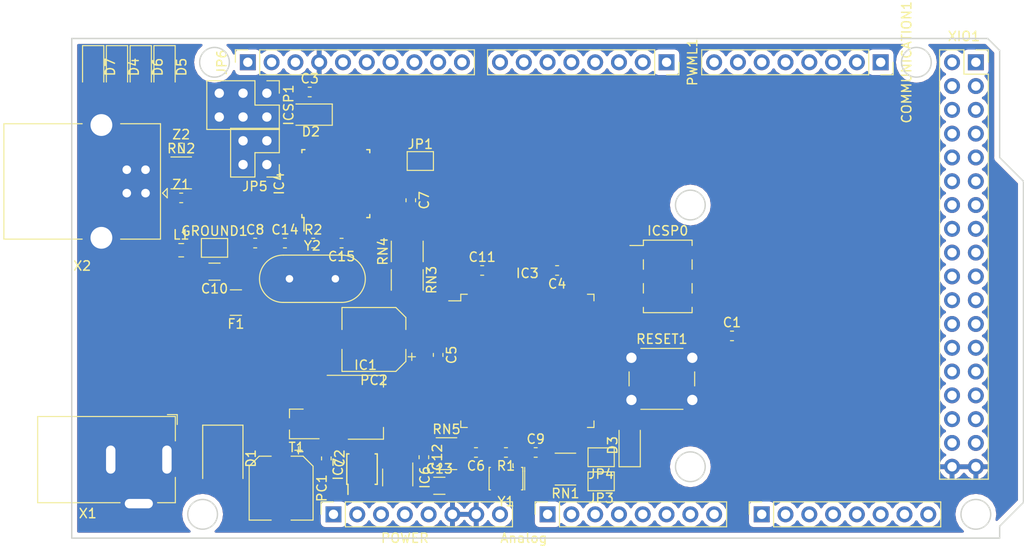
<source format=kicad_pcb>
(kicad_pcb (version 20171130) (host pcbnew 5.0.0)
  (layers (0 F.Cu signal) (1 In1.Cu signal) (2 In2.Cu signal) (31 B.Cu signal) (34 B.Paste user) (35 F.Paste user) (36 B.SilkS user) (37 F.SilkS user) (38 B.Mask user) (39 F.Mask user) (44 Edge.Cuts user))
  (net 0 "")
  (net 1 +5V)
  (net 2 GND)
  (net 3 "Net-(POWER1-Pad1)")
  (net 4 /ADC0)
  (net 5 /ADC1)
  (net 6 /ADC2)
  (net 7 /ADC3)
  (net 8 /ADC4)
  (net 9 /ADC5)
  (net 10 /ADC6)
  (net 11 /ADC7)
  (net 12 /TXD1)
  (net 13 /RXD1)
  (net 14 /ADC8)
  (net 15 /ADC9)
  (net 16 /ADC10)
  (net 17 /ADC11)
  (net 18 /ADC12)
  (net 19 /ADC13)
  (net 20 /ADC14)
  (net 21 /ADC15)
  (net 22 /PC7)
  (net 23 /PC6)
  (net 24 /PC5)
  (net 25 /PC4)
  (net 26 /PC3)
  (net 27 /PC2)
  (net 28 /PC1)
  (net 29 /PC0)
  (net 30 PL7)
  (net 31 PL6)
  (net 32 PL5)
  (net 33 PL4)
  (net 34 PL3)
  (net 35 PL2)
  (net 36 PL1)
  (net 37 PL0)
  (net 38 PA0)
  (net 39 PA1)
  (net 40 PA2)
  (net 41 PA3)
  (net 42 PA4)
  (net 43 PA5)
  (net 44 PA6)
  (net 45 PA7)
  (net 46 PD7)
  (net 47 PG2)
  (net 48 PG1)
  (net 49 PG0)
  (net 50 ~RESET~)
  (net 51 SCL)
  (net 52 SDA)
  (net 53 AREF)
  (net 54 PH6)
  (net 55 PH5)
  (net 56 PG5)
  (net 57 PH3)
  (net 58 PH4)
  (net 59 TXD3)
  (net 60 RXD3)
  (net 61 TXD2)
  (net 62 RXD2)
  (net 63 +3V3)
  (net 64 +VDC)
  (net 65 /PB6)
  (net 66 /PB5)
  (net 67 /PB4)
  (net 68 MISO)
  (net 69 MOSI)
  (net 70 SCK)
  (net 71 /PE4)
  (net 72 /PE5)
  (net 73 /PE3)
  (net 74 "Net-(D1-Pad2)")
  (net 75 USBVCC)
  (net 76 ~HWB~)
  (net 77 "Net-(C14-Pad2)")
  (net 78 "Net-(C15-Pad2)")
  (net 79 "Net-(D4-Pad2)")
  (net 80 "Net-(D5-Pad1)")
  (net 81 "Net-(D5-Pad2)")
  (net 82 "Net-(D6-Pad2)")
  (net 83 "Net-(D6-Pad1)")
  (net 84 ~RESET2~)
  (net 85 "Net-(F1-Pad2)")
  (net 86 PB7)
  (net 87 ~SS~)
  (net 88 RXD0)
  (net 89 TXD0)
  (net 90 "Net-(RN1-Pad1)")
  (net 91 "Net-(RN1-Pad4)")
  (net 92 "Net-(RN1-Pad5)")
  (net 93 "Net-(RN1-Pad8)")
  (net 94 "Net-(RN2-Pad2)")
  (net 95 "Net-(RN2-Pad3)")
  (net 96 "Net-(RN2-Pad6)")
  (net 97 "Net-(RN2-Pad7)")
  (net 98 "Net-(RN3-Pad6)")
  (net 99 "Net-(RN3-Pad3)")
  (net 100 "Net-(JP3-Pad2)")
  (net 101 "Net-(JP4-Pad2)")
  (net 102 "Net-(C7-Pad1)")
  (net 103 "Net-(C10-Pad2)")
  (net 104 "Net-(C10-Pad1)")
  (net 105 "Net-(C12-Pad1)")
  (net 106 "Net-(D7-Pad2)")
  (net 107 "Net-(IC3-Pad4)")
  (net 108 "Net-(IC3-Pad8)")
  (net 109 "Net-(IC3-Pad9)")
  (net 110 "Net-(IC3-Pad14)")
  (net 111 "Net-(IC3-Pad27)")
  (net 112 "Net-(IC3-Pad28)")
  (net 113 "Net-(IC3-Pad29)")
  (net 114 "Net-(IC3-Pad47)")
  (net 115 "Net-(IC3-Pad48)")
  (net 116 "Net-(IC3-Pad49)")
  (net 117 "Net-(IC3-Pad65)")
  (net 118 "Net-(IC3-Pad66)")
  (net 119 "Net-(IC3-Pad67)")
  (net 120 "Net-(IC3-Pad68)")
  (net 121 "Net-(IC3-Pad69)")
  (net 122 "Net-(IC3-Pad79)")
  (net 123 "Net-(IC4-Pad5)")
  (net 124 "Net-(IC4-Pad6)")
  (net 125 "Net-(IC4-Pad7)")
  (net 126 "Net-(IC4-Pad8)")
  (net 127 "Net-(IC4-Pad9)")
  (net 128 "Net-(IC4-Pad12)")
  (net 129 "Net-(IC4-Pad14)")
  (net 130 "Net-(IC4-Pad22)")
  (net 131 "Net-(IC4-Pad23)")
  (net 132 "Net-(IC4-Pad25)")
  (net 133 "Net-(IC4-Pad26)")
  (net 134 "Net-(IC4-Pad29)")
  (net 135 "Net-(IC4-Pad30)")
  (net 136 "Net-(IC6-Pad4)")
  (net 137 "Net-(IC7-Pad1)")
  (net 138 "Net-(IC7-Pad6)")
  (net 139 "Net-(L1-Pad1)")
  (net 140 "Net-(RN2-Pad1)")
  (net 141 "Net-(RN2-Pad4)")
  (net 142 /SCK2)
  (net 143 /MOSI2)
  (net 144 /MISO2)
  (net 145 /XTAL2)
  (net 146 /XTAL1)
  (net 147 /8PB4)
  (net 148 /8PB5)
  (net 149 /8PB6)
  (net 150 /8PB7)
  (module Package_QFP:TQFP-100_14x14mm_P0.5mm (layer F.Cu) (at 124.841 102.997)
    (fp_text reference IC3 (at 0 -9.35) (layer F.SilkS))
    (fp_text value ATmega2560-16AU)
    (pad 1 smd roundrect (at -7.6625 -6) (size 1.475 0.3) (layers F.Cu F.Paste F.Mask) (net 56 PG5))
    (pad 2 smd roundrect (at -7.6625 -5.5) (size 1.475 0.3) (layers F.Cu F.Paste F.Mask) (net 88 RXD0))
    (pad 3 smd roundrect (at -7.6625 -5) (size 1.475 0.3) (layers F.Cu F.Paste F.Mask) (net 89 TXD0))
    (pad 4 smd roundrect (at -7.6625 -4.5) (size 1.475 0.3) (layers F.Cu F.Paste F.Mask) (net 107 "Net-(IC3-Pad4)"))
    (pad 5 smd roundrect (at -7.6625 -4) (size 1.475 0.3) (layers F.Cu F.Paste F.Mask) (net 73 /PE3))
    (pad 6 smd roundrect (at -7.6625 -3.5) (size 1.475 0.3) (layers F.Cu F.Paste F.Mask) (net 71 /PE4))
    (pad 7 smd roundrect (at -7.6625 -3) (size 1.475 0.3) (layers F.Cu F.Paste F.Mask) (net 72 /PE5))
    (pad 8 smd roundrect (at -7.6625 -2.5) (size 1.475 0.3) (layers F.Cu F.Paste F.Mask) (net 108 "Net-(IC3-Pad8)"))
    (pad 9 smd roundrect (at -7.6625 -2) (size 1.475 0.3) (layers F.Cu F.Paste F.Mask) (net 109 "Net-(IC3-Pad9)"))
    (pad 10 smd roundrect (at -7.6625 -1.5) (size 1.475 0.3) (layers F.Cu F.Paste F.Mask) (net 1 +5V))
    (pad 11 smd roundrect (at -7.6625 -1) (size 1.475 0.3) (layers F.Cu F.Paste F.Mask) (net 2 GND))
    (pad 12 smd roundrect (at -7.6625 -0.5) (size 1.475 0.3) (layers F.Cu F.Paste F.Mask) (net 62 RXD2))
    (pad 13 smd roundrect (at -7.6625 0) (size 1.475 0.3) (layers F.Cu F.Paste F.Mask) (net 61 TXD2))
    (pad 14 smd roundrect (at -7.6625 0.5) (size 1.475 0.3) (layers F.Cu F.Paste F.Mask) (net 110 "Net-(IC3-Pad14)"))
    (pad 15 smd roundrect (at -7.6625 1) (size 1.475 0.3) (layers F.Cu F.Paste F.Mask) (net 57 PH3))
    (pad 16 smd roundrect (at -7.6625 1.5) (size 1.475 0.3) (layers F.Cu F.Paste F.Mask) (net 58 PH4))
    (pad 17 smd roundrect (at -7.6625 2) (size 1.475 0.3) (layers F.Cu F.Paste F.Mask) (net 55 PH5))
    (pad 18 smd roundrect (at -7.6625 2.5) (size 1.475 0.3) (layers F.Cu F.Paste F.Mask) (net 54 PH6))
    (pad 19 smd roundrect (at -7.6625 3) (size 1.475 0.3) (layers F.Cu F.Paste F.Mask) (net 87 ~SS~))
    (pad 20 smd roundrect (at -7.6625 3.5) (size 1.475 0.3) (layers F.Cu F.Paste F.Mask) (net 70 SCK))
    (pad 21 smd roundrect (at -7.6625 4) (size 1.475 0.3) (layers F.Cu F.Paste F.Mask) (net 69 MOSI))
    (pad 22 smd roundrect (at -7.6625 4.5) (size 1.475 0.3) (layers F.Cu F.Paste F.Mask) (net 68 MISO))
    (pad 23 smd roundrect (at -7.6625 5) (size 1.475 0.3) (layers F.Cu F.Paste F.Mask) (net 67 /PB4))
    (pad 24 smd roundrect (at -7.6625 5.5) (size 1.475 0.3) (layers F.Cu F.Paste F.Mask) (net 66 /PB5))
    (pad 25 smd roundrect (at -7.6625 6) (size 1.475 0.3) (layers F.Cu F.Paste F.Mask) (net 65 /PB6))
    (pad 26 smd roundrect (at -6 7.6625) (size 0.3 1.475) (layers F.Cu F.Paste F.Mask) (net 86 PB7))
    (pad 27 smd roundrect (at -5.5 7.6625) (size 0.3 1.475) (layers F.Cu F.Paste F.Mask) (net 111 "Net-(IC3-Pad27)"))
    (pad 28 smd roundrect (at -5 7.6625) (size 0.3 1.475) (layers F.Cu F.Paste F.Mask) (net 112 "Net-(IC3-Pad28)"))
    (pad 29 smd roundrect (at -4.5 7.6625) (size 0.3 1.475) (layers F.Cu F.Paste F.Mask) (net 113 "Net-(IC3-Pad29)"))
    (pad 30 smd roundrect (at -4 7.6625) (size 0.3 1.475) (layers F.Cu F.Paste F.Mask) (net 50 ~RESET~))
    (pad 31 smd roundrect (at -3.5 7.6625) (size 0.3 1.475) (layers F.Cu F.Paste F.Mask) (net 1 +5V))
    (pad 32 smd roundrect (at -3 7.6625) (size 0.3 1.475) (layers F.Cu F.Paste F.Mask) (net 2 GND))
    (pad 33 smd roundrect (at -2.5 7.6625) (size 0.3 1.475) (layers F.Cu F.Paste F.Mask) (net 145 /XTAL2))
    (pad 34 smd roundrect (at -2 7.6625) (size 0.3 1.475) (layers F.Cu F.Paste F.Mask) (net 146 /XTAL1))
    (pad 35 smd roundrect (at -1.5 7.6625) (size 0.3 1.475) (layers F.Cu F.Paste F.Mask) (net 37 PL0))
    (pad 36 smd roundrect (at -1 7.6625) (size 0.3 1.475) (layers F.Cu F.Paste F.Mask) (net 36 PL1))
    (pad 37 smd roundrect (at -0.5 7.6625) (size 0.3 1.475) (layers F.Cu F.Paste F.Mask) (net 35 PL2))
    (pad 38 smd roundrect (at 0 7.6625) (size 0.3 1.475) (layers F.Cu F.Paste F.Mask) (net 34 PL3))
    (pad 39 smd roundrect (at 0.5 7.6625) (size 0.3 1.475) (layers F.Cu F.Paste F.Mask) (net 33 PL4))
    (pad 40 smd roundrect (at 1 7.6625) (size 0.3 1.475) (layers F.Cu F.Paste F.Mask) (net 32 PL5))
    (pad 41 smd roundrect (at 1.5 7.6625) (size 0.3 1.475) (layers F.Cu F.Paste F.Mask) (net 31 PL6))
    (pad 42 smd roundrect (at 2 7.6625) (size 0.3 1.475) (layers F.Cu F.Paste F.Mask) (net 30 PL7))
    (pad 43 smd roundrect (at 2.5 7.6625) (size 0.3 1.475) (layers F.Cu F.Paste F.Mask) (net 51 SCL))
    (pad 44 smd roundrect (at 3 7.6625) (size 0.3 1.475) (layers F.Cu F.Paste F.Mask) (net 52 SDA))
    (pad 45 smd roundrect (at 3.5 7.6625) (size 0.3 1.475) (layers F.Cu F.Paste F.Mask) (net 13 /RXD1))
    (pad 46 smd roundrect (at 4 7.6625) (size 0.3 1.475) (layers F.Cu F.Paste F.Mask) (net 12 /TXD1))
    (pad 47 smd roundrect (at 4.5 7.6625) (size 0.3 1.475) (layers F.Cu F.Paste F.Mask) (net 114 "Net-(IC3-Pad47)"))
    (pad 48 smd roundrect (at 5 7.6625) (size 0.3 1.475) (layers F.Cu F.Paste F.Mask) (net 115 "Net-(IC3-Pad48)"))
    (pad 49 smd roundrect (at 5.5 7.6625) (size 0.3 1.475) (layers F.Cu F.Paste F.Mask) (net 116 "Net-(IC3-Pad49)"))
    (pad 50 smd roundrect (at 6 7.6625) (size 0.3 1.475) (layers F.Cu F.Paste F.Mask) (net 46 PD7))
    (pad 51 smd roundrect (at 7.6625 6) (size 1.475 0.3) (layers F.Cu F.Paste F.Mask) (net 49 PG0))
    (pad 52 smd roundrect (at 7.6625 5.5) (size 1.475 0.3) (layers F.Cu F.Paste F.Mask) (net 48 PG1))
    (pad 53 smd roundrect (at 7.6625 5) (size 1.475 0.3) (layers F.Cu F.Paste F.Mask) (net 29 /PC0))
    (pad 54 smd roundrect (at 7.6625 4.5) (size 1.475 0.3) (layers F.Cu F.Paste F.Mask) (net 28 /PC1))
    (pad 55 smd roundrect (at 7.6625 4) (size 1.475 0.3) (layers F.Cu F.Paste F.Mask) (net 27 /PC2))
    (pad 56 smd roundrect (at 7.6625 3.5) (size 1.475 0.3) (layers F.Cu F.Paste F.Mask) (net 26 /PC3))
    (pad 57 smd roundrect (at 7.6625 3) (size 1.475 0.3) (layers F.Cu F.Paste F.Mask) (net 25 /PC4))
    (pad 58 smd roundrect (at 7.6625 2.5) (size 1.475 0.3) (layers F.Cu F.Paste F.Mask) (net 24 /PC5))
    (pad 59 smd roundrect (at 7.6625 2) (size 1.475 0.3) (layers F.Cu F.Paste F.Mask) (net 23 /PC6))
    (pad 60 smd roundrect (at 7.6625 1.5) (size 1.475 0.3) (layers F.Cu F.Paste F.Mask) (net 22 /PC7))
    (pad 61 smd roundrect (at 7.6625 1) (size 1.475 0.3) (layers F.Cu F.Paste F.Mask) (net 1 +5V))
    (pad 62 smd roundrect (at 7.6625 0.5) (size 1.475 0.3) (layers F.Cu F.Paste F.Mask) (net 2 GND))
    (pad 63 smd roundrect (at 7.6625 0) (size 1.475 0.3) (layers F.Cu F.Paste F.Mask) (net 60 RXD3))
    (pad 64 smd roundrect (at 7.6625 -0.5) (size 1.475 0.3) (layers F.Cu F.Paste F.Mask) (net 59 TXD3))
    (pad 65 smd roundrect (at 7.6625 -1) (size 1.475 0.3) (layers F.Cu F.Paste F.Mask) (net 117 "Net-(IC3-Pad65)"))
    (pad 66 smd roundrect (at 7.6625 -1.5) (size 1.475 0.3) (layers F.Cu F.Paste F.Mask) (net 118 "Net-(IC3-Pad66)"))
    (pad 67 smd roundrect (at 7.6625 -2) (size 1.475 0.3) (layers F.Cu F.Paste F.Mask) (net 119 "Net-(IC3-Pad67)"))
    (pad 68 smd roundrect (at 7.6625 -2.5) (size 1.475 0.3) (layers F.Cu F.Paste F.Mask) (net 120 "Net-(IC3-Pad68)"))
    (pad 69 smd roundrect (at 7.6625 -3) (size 1.475 0.3) (layers F.Cu F.Paste F.Mask) (net 121 "Net-(IC3-Pad69)"))
    (pad 70 smd roundrect (at 7.6625 -3.5) (size 1.475 0.3) (layers F.Cu F.Paste F.Mask) (net 47 PG2))
    (pad 71 smd roundrect (at 7.6625 -4) (size 1.475 0.3) (layers F.Cu F.Paste F.Mask) (net 45 PA7))
    (pad 72 smd roundrect (at 7.6625 -4.5) (size 1.475 0.3) (layers F.Cu F.Paste F.Mask) (net 44 PA6))
    (pad 73 smd roundrect (at 7.6625 -5) (size 1.475 0.3) (layers F.Cu F.Paste F.Mask) (net 43 PA5))
    (pad 74 smd roundrect (at 7.6625 -5.5) (size 1.475 0.3) (layers F.Cu F.Paste F.Mask) (net 42 PA4))
    (pad 75 smd roundrect (at 7.6625 -6) (size 1.475 0.3) (layers F.Cu F.Paste F.Mask) (net 41 PA3))
    (pad 76 smd roundrect (at 6 -7.6625) (size 0.3 1.475) (layers F.Cu F.Paste F.Mask) (net 40 PA2))
    (pad 77 smd roundrect (at 5.5 -7.6625) (size 0.3 1.475) (layers F.Cu F.Paste F.Mask) (net 39 PA1))
    (pad 78 smd roundrect (at 5 -7.6625) (size 0.3 1.475) (layers F.Cu F.Paste F.Mask) (net 38 PA0))
    (pad 79 smd roundrect (at 4.5 -7.6625) (size 0.3 1.475) (layers F.Cu F.Paste F.Mask) (net 122 "Net-(IC3-Pad79)"))
    (pad 80 smd roundrect (at 4 -7.6625) (size 0.3 1.475) (layers F.Cu F.Paste F.Mask) (net 1 +5V))
    (pad 81 smd roundrect (at 3.5 -7.6625) (size 0.3 1.475) (layers F.Cu F.Paste F.Mask) (net 2 GND))
    (pad 82 smd roundrect (at 3 -7.6625) (size 0.3 1.475) (layers F.Cu F.Paste F.Mask) (net 21 /ADC15))
    (pad 83 smd roundrect (at 2.5 -7.6625) (size 0.3 1.475) (layers F.Cu F.Paste F.Mask) (net 20 /ADC14))
    (pad 84 smd roundrect (at 2 -7.6625) (size 0.3 1.475) (layers F.Cu F.Paste F.Mask) (net 19 /ADC13))
    (pad 85 smd roundrect (at 1.5 -7.6625) (size 0.3 1.475) (layers F.Cu F.Paste F.Mask) (net 18 /ADC12))
    (pad 86 smd roundrect (at 1 -7.6625) (size 0.3 1.475) (layers F.Cu F.Paste F.Mask) (net 17 /ADC11))
    (pad 87 smd roundrect (at 0.5 -7.6625) (size 0.3 1.475) (layers F.Cu F.Paste F.Mask) (net 16 /ADC10))
    (pad 88 smd roundrect (at 0 -7.6625) (size 0.3 1.475) (layers F.Cu F.Paste F.Mask) (net 15 /ADC9))
    (pad 89 smd roundrect (at -0.5 -7.6625) (size 0.3 1.475) (layers F.Cu F.Paste F.Mask) (net 14 /ADC8))
    (pad 90 smd roundrect (at -1 -7.6625) (size 0.3 1.475) (layers F.Cu F.Paste F.Mask) (net 11 /ADC7))
    (pad 91 smd roundrect (at -1.5 -7.6625) (size 0.3 1.475) (layers F.Cu F.Paste F.Mask) (net 10 /ADC6))
    (pad 92 smd roundrect (at -2 -7.6625) (size 0.3 1.475) (layers F.Cu F.Paste F.Mask) (net 9 /ADC5))
    (pad 93 smd roundrect (at -2.5 -7.6625) (size 0.3 1.475) (layers F.Cu F.Paste F.Mask) (net 8 /ADC4))
    (pad 94 smd roundrect (at -3 -7.6625) (size 0.3 1.475) (layers F.Cu F.Paste F.Mask) (net 7 /ADC3))
    (pad 95 smd roundrect (at -3.5 -7.6625) (size 0.3 1.475) (layers F.Cu F.Paste F.Mask) (net 6 /ADC2))
    (pad 96 smd roundrect (at -4 -7.6625) (size 0.3 1.475) (layers F.Cu F.Paste F.Mask) (net 5 /ADC1))
    (pad 97 smd roundrect (at -4.5 -7.6625) (size 0.3 1.475) (layers F.Cu F.Paste F.Mask) (net 4 /ADC0))
    (pad 98 smd roundrect (at -5 -7.6625) (size 0.3 1.475) (layers F.Cu F.Paste F.Mask) (net 53 AREF))
    (pad 99 smd roundrect (at -5.5 -7.6625) (size 0.3 1.475) (layers F.Cu F.Paste F.Mask) (net 2 GND))
    (pad 100 smd roundrect (at -6 -7.6625) (size 0.3 1.475) (layers F.Cu F.Paste F.Mask) (net 1 +5V))
  )
  (module Connector_PinSocket_2.54mm:PinSocket_2x18_P2.54mm_Vertical (layer F.Cu) (at 172.72 71.12)
    (fp_text reference XIO1 (at -1.27 -2.77) (layer F.SilkS))
    (fp_text value Conn_02x18_Odd_Even hide)
    (pad 1 thru_hole rect (at 0 0) (size 1.7 1.7) (drill 1) (layers *.Cu *.Mask) (net 1 +5V))
    (pad 2 thru_hole oval (at -2.54 0) (size 1.7 1.7) (drill 1) (layers *.Cu *.Mask) (net 1 +5V))
    (pad 3 thru_hole oval (at 0 2.54) (size 1.7 1.7) (drill 1) (layers *.Cu *.Mask) (net 39 PA1))
    (pad 4 thru_hole oval (at -2.54 2.54) (size 1.7 1.7) (drill 1) (layers *.Cu *.Mask) (net 38 PA0))
    (pad 5 thru_hole oval (at 0 5.08) (size 1.7 1.7) (drill 1) (layers *.Cu *.Mask) (net 41 PA3))
    (pad 6 thru_hole oval (at -2.54 5.08) (size 1.7 1.7) (drill 1) (layers *.Cu *.Mask) (net 40 PA2))
    (pad 7 thru_hole oval (at 0 7.62) (size 1.7 1.7) (drill 1) (layers *.Cu *.Mask) (net 43 PA5))
    (pad 8 thru_hole oval (at -2.54 7.62) (size 1.7 1.7) (drill 1) (layers *.Cu *.Mask) (net 42 PA4))
    (pad 9 thru_hole oval (at 0 10.16) (size 1.7 1.7) (drill 1) (layers *.Cu *.Mask) (net 45 PA7))
    (pad 10 thru_hole oval (at -2.54 10.16) (size 1.7 1.7) (drill 1) (layers *.Cu *.Mask) (net 44 PA6))
    (pad 11 thru_hole oval (at 0 12.7) (size 1.7 1.7) (drill 1) (layers *.Cu *.Mask) (net 23 /PC6))
    (pad 12 thru_hole oval (at -2.54 12.7) (size 1.7 1.7) (drill 1) (layers *.Cu *.Mask) (net 22 /PC7))
    (pad 13 thru_hole oval (at 0 15.24) (size 1.7 1.7) (drill 1) (layers *.Cu *.Mask) (net 25 /PC4))
    (pad 14 thru_hole oval (at -2.54 15.24) (size 1.7 1.7) (drill 1) (layers *.Cu *.Mask) (net 24 /PC5))
    (pad 15 thru_hole oval (at 0 17.78) (size 1.7 1.7) (drill 1) (layers *.Cu *.Mask) (net 27 /PC2))
    (pad 16 thru_hole oval (at -2.54 17.78) (size 1.7 1.7) (drill 1) (layers *.Cu *.Mask) (net 26 /PC3))
    (pad 17 thru_hole oval (at 0 20.32) (size 1.7 1.7) (drill 1) (layers *.Cu *.Mask) (net 29 /PC0))
    (pad 18 thru_hole oval (at -2.54 20.32) (size 1.7 1.7) (drill 1) (layers *.Cu *.Mask) (net 28 /PC1))
    (pad 19 thru_hole oval (at 0 22.86) (size 1.7 1.7) (drill 1) (layers *.Cu *.Mask) (net 47 PG2))
    (pad 20 thru_hole oval (at -2.54 22.86) (size 1.7 1.7) (drill 1) (layers *.Cu *.Mask) (net 46 PD7))
    (pad 21 thru_hole oval (at 0 25.4) (size 1.7 1.7) (drill 1) (layers *.Cu *.Mask) (net 49 PG0))
    (pad 22 thru_hole oval (at -2.54 25.4) (size 1.7 1.7) (drill 1) (layers *.Cu *.Mask) (net 48 PG1))
    (pad 23 thru_hole oval (at 0 27.94) (size 1.7 1.7) (drill 1) (layers *.Cu *.Mask) (net 31 PL6))
    (pad 24 thru_hole oval (at -2.54 27.94) (size 1.7 1.7) (drill 1) (layers *.Cu *.Mask) (net 30 PL7))
    (pad 25 thru_hole oval (at 0 30.48) (size 1.7 1.7) (drill 1) (layers *.Cu *.Mask) (net 33 PL4))
    (pad 26 thru_hole oval (at -2.54 30.48) (size 1.7 1.7) (drill 1) (layers *.Cu *.Mask) (net 32 PL5))
    (pad 27 thru_hole oval (at 0 33.02) (size 1.7 1.7) (drill 1) (layers *.Cu *.Mask) (net 35 PL2))
    (pad 28 thru_hole oval (at -2.54 33.02) (size 1.7 1.7) (drill 1) (layers *.Cu *.Mask) (net 34 PL3))
    (pad 29 thru_hole oval (at 0 35.56) (size 1.7 1.7) (drill 1) (layers *.Cu *.Mask) (net 37 PL0))
    (pad 30 thru_hole oval (at -2.54 35.56) (size 1.7 1.7) (drill 1) (layers *.Cu *.Mask) (net 36 PL1))
    (pad 31 thru_hole oval (at 0 38.1) (size 1.7 1.7) (drill 1) (layers *.Cu *.Mask) (net 69 MOSI))
    (pad 32 thru_hole oval (at -2.54 38.1) (size 1.7 1.7) (drill 1) (layers *.Cu *.Mask) (net 68 MISO))
    (pad 33 thru_hole oval (at 0 40.64) (size 1.7 1.7) (drill 1) (layers *.Cu *.Mask) (net 87 ~SS~))
    (pad 34 thru_hole oval (at -2.54 40.64) (size 1.7 1.7) (drill 1) (layers *.Cu *.Mask) (net 70 SCK))
    (pad 35 thru_hole oval (at 0 43.18) (size 1.7 1.7) (drill 1) (layers *.Cu *.Mask) (net 2 GND))
    (pad 36 thru_hole oval (at -2.54 43.18) (size 1.7 1.7) (drill 1) (layers *.Cu *.Mask) (net 2 GND))
  )
  (module Connector_PinSocket_2.54mm:PinSocket_1x08_P2.54mm_Vertical (layer F.Cu) (at 139.7 71.12 270)
    (fp_text reference PWML1 (at 0 -2.77 270) (layer F.SilkS))
    (fp_text value Conn_01x08 hide)
    (pad 1 thru_hole rect (at 0 0 270) (size 1.7 1.7) (drill 1) (layers *.Cu *.Mask) (net 88 RXD0))
    (pad 2 thru_hole oval (at 0 2.54 270) (size 1.7 1.7) (drill 1) (layers *.Cu *.Mask) (net 89 TXD0))
    (pad 3 thru_hole oval (at 0 5.08 270) (size 1.7 1.7) (drill 1) (layers *.Cu *.Mask) (net 71 /PE4))
    (pad 4 thru_hole oval (at 0 7.62 270) (size 1.7 1.7) (drill 1) (layers *.Cu *.Mask) (net 72 /PE5))
    (pad 5 thru_hole oval (at 0 10.16 270) (size 1.7 1.7) (drill 1) (layers *.Cu *.Mask) (net 56 PG5))
    (pad 6 thru_hole oval (at 0 12.7 270) (size 1.7 1.7) (drill 1) (layers *.Cu *.Mask) (net 73 /PE3))
    (pad 7 thru_hole oval (at 0 15.24 270) (size 1.7 1.7) (drill 1) (layers *.Cu *.Mask) (net 57 PH3))
    (pad 8 thru_hole oval (at 0 17.78 270) (size 1.7 1.7) (drill 1) (layers *.Cu *.Mask) (net 58 PH4))
  )
  (module Connector_PinSocket_2.54mm:PinSocket_1x08_P2.54mm_Vertical (layer F.Cu) (at 162.56 71.12 270)
    (fp_text reference COMMUNICATION1 (at 0 -2.77 270) (layer F.SilkS))
    (fp_text value Conn_01x08 hide)
    (pad 8 thru_hole oval (at 0 17.78 270) (size 1.7 1.7) (drill 1) (layers *.Cu *.Mask) (net 59 TXD3))
    (pad 7 thru_hole oval (at 0 15.24 270) (size 1.7 1.7) (drill 1) (layers *.Cu *.Mask) (net 60 RXD3))
    (pad 6 thru_hole oval (at 0 12.7 270) (size 1.7 1.7) (drill 1) (layers *.Cu *.Mask) (net 61 TXD2))
    (pad 5 thru_hole oval (at 0 10.16 270) (size 1.7 1.7) (drill 1) (layers *.Cu *.Mask) (net 62 RXD2))
    (pad 4 thru_hole oval (at 0 7.62 270) (size 1.7 1.7) (drill 1) (layers *.Cu *.Mask) (net 12 /TXD1))
    (pad 3 thru_hole oval (at 0 5.08 270) (size 1.7 1.7) (drill 1) (layers *.Cu *.Mask) (net 13 /RXD1))
    (pad 2 thru_hole oval (at 0 2.54 270) (size 1.7 1.7) (drill 1) (layers *.Cu *.Mask) (net 52 SDA))
    (pad 1 thru_hole rect (at 0 0 270) (size 1.7 1.7) (drill 1) (layers *.Cu *.Mask) (net 51 SCL))
  )
  (module Connector_PinHeader_2.54mm:PinHeader_2x03_P2.54mm_Vertical_SMD (layer F.Cu) (at 139.827 93.98)
    (fp_text reference ICSP0 (at 0 -4.87) (layer F.SilkS))
    (fp_text value Conn_02x03_Odd_Even hide)
    (pad 1 smd rect (at -2.525 -2.54) (size 3.15 1) (layers F.Cu F.Paste F.Mask) (net 68 MISO))
    (pad 2 smd rect (at 2.525 -2.54) (size 3.15 1) (layers F.Cu F.Paste F.Mask) (net 1 +5V))
    (pad 3 smd rect (at -2.525 0) (size 3.15 1) (layers F.Cu F.Paste F.Mask) (net 70 SCK))
    (pad 4 smd rect (at 2.525 0) (size 3.15 1) (layers F.Cu F.Paste F.Mask) (net 69 MOSI))
    (pad 5 smd rect (at -2.525 2.54) (size 3.15 1) (layers F.Cu F.Paste F.Mask) (net 50 ~RESET~))
    (pad 6 smd rect (at 2.525 2.54) (size 3.15 1) (layers F.Cu F.Paste F.Mask) (net 2 GND))
  )
  (module Connector_PinSocket_2.54mm:PinSocket_1x08_P2.54mm_Vertical (layer F.Cu) (at 127 119.38 90)
    (fp_text reference ADCL1 hide)
    (fp_text value Conn_01x08 hide)
    (fp_text user Analog (at -2.54 -2.54 180) (layer F.SilkS))
    (pad 1 thru_hole rect (at 0 0 90) (size 1.7 1.7) (drill 1) (layers *.Cu *.Mask) (net 4 /ADC0))
    (pad 2 thru_hole oval (at 0 2.54 90) (size 1.7 1.7) (drill 1) (layers *.Cu *.Mask) (net 5 /ADC1))
    (pad 3 thru_hole oval (at 0 5.08 90) (size 1.7 1.7) (drill 1) (layers *.Cu *.Mask) (net 6 /ADC2))
    (pad 4 thru_hole oval (at 0 7.62 90) (size 1.7 1.7) (drill 1) (layers *.Cu *.Mask) (net 7 /ADC3))
    (pad 5 thru_hole oval (at 0 10.16 90) (size 1.7 1.7) (drill 1) (layers *.Cu *.Mask) (net 8 /ADC4))
    (pad 6 thru_hole oval (at 0 12.7 90) (size 1.7 1.7) (drill 1) (layers *.Cu *.Mask) (net 9 /ADC5))
    (pad 7 thru_hole oval (at 0 15.24 90) (size 1.7 1.7) (drill 1) (layers *.Cu *.Mask) (net 10 /ADC6))
    (pad 8 thru_hole oval (at 0 17.78 90) (size 1.7 1.7) (drill 1) (layers *.Cu *.Mask) (net 11 /ADC7))
  )
  (module Connector_PinSocket_2.54mm:PinSocket_1x08_P2.54mm_Vertical (layer F.Cu) (at 149.86 119.38 90)
    (fp_text reference ADCH1 hide)
    (fp_text value Conn_01x08 hide)
    (pad 1 thru_hole rect (at 0 0 90) (size 1.7 1.7) (drill 1) (layers *.Cu *.Mask) (net 14 /ADC8))
    (pad 2 thru_hole oval (at 0 2.54 90) (size 1.7 1.7) (drill 1) (layers *.Cu *.Mask) (net 15 /ADC9))
    (pad 3 thru_hole oval (at 0 5.08 90) (size 1.7 1.7) (drill 1) (layers *.Cu *.Mask) (net 16 /ADC10))
    (pad 4 thru_hole oval (at 0 7.62 90) (size 1.7 1.7) (drill 1) (layers *.Cu *.Mask) (net 17 /ADC11))
    (pad 5 thru_hole oval (at 0 10.16 90) (size 1.7 1.7) (drill 1) (layers *.Cu *.Mask) (net 18 /ADC12))
    (pad 6 thru_hole oval (at 0 12.7 90) (size 1.7 1.7) (drill 1) (layers *.Cu *.Mask) (net 19 /ADC13))
    (pad 7 thru_hole oval (at 0 15.24 90) (size 1.7 1.7) (drill 1) (layers *.Cu *.Mask) (net 20 /ADC14))
    (pad 8 thru_hole oval (at 0 17.78 90) (size 1.7 1.7) (drill 1) (layers *.Cu *.Mask) (net 21 /ADC15))
  )
  (module Connector_PinSocket_2.54mm:PinSocket_1x10_P2.54mm_Vertical (layer F.Cu) (at 94.996 71.12 90)
    (fp_text reference JP6 (at 0 -2.77 90) (layer F.SilkS))
    (fp_text value Conn_01x10 hide)
    (pad 1 thru_hole rect (at 0 0 90) (size 1.7 1.7) (drill 1) (layers *.Cu *.Mask) (net 51 SCL))
    (pad 2 thru_hole oval (at 0 2.54 90) (size 1.7 1.7) (drill 1) (layers *.Cu *.Mask) (net 52 SDA))
    (pad 3 thru_hole oval (at 0 5.08 90) (size 1.7 1.7) (drill 1) (layers *.Cu *.Mask) (net 53 AREF))
    (pad 4 thru_hole oval (at 0 7.62 90) (size 1.7 1.7) (drill 1) (layers *.Cu *.Mask) (net 2 GND))
    (pad 5 thru_hole oval (at 0 10.16 90) (size 1.7 1.7) (drill 1) (layers *.Cu *.Mask) (net 86 PB7))
    (pad 6 thru_hole oval (at 0 12.7 90) (size 1.7 1.7) (drill 1) (layers *.Cu *.Mask) (net 65 /PB6))
    (pad 7 thru_hole oval (at 0 15.24 90) (size 1.7 1.7) (drill 1) (layers *.Cu *.Mask) (net 66 /PB5))
    (pad 8 thru_hole oval (at 0 17.78 90) (size 1.7 1.7) (drill 1) (layers *.Cu *.Mask) (net 67 /PB4))
    (pad 9 thru_hole oval (at 0 20.32 90) (size 1.7 1.7) (drill 1) (layers *.Cu *.Mask) (net 54 PH6))
    (pad 10 thru_hole oval (at 0 22.86 90) (size 1.7 1.7) (drill 1) (layers *.Cu *.Mask) (net 55 PH5))
  )
  (module Connector_PinSocket_2.54mm:PinSocket_1x08_P2.54mm_Vertical (layer F.Cu) (at 104.14 119.38 90)
    (fp_text reference POWER1 hide)
    (fp_text value Conn_01x08 hide)
    (fp_text user POWER (at -2.54 7.62 180) (layer F.SilkS))
    (pad 1 thru_hole rect (at 0 0 90) (size 1.7 1.7) (drill 1) (layers *.Cu *.Mask) (net 3 "Net-(POWER1-Pad1)"))
    (pad 2 thru_hole oval (at 0 2.54 90) (size 1.7 1.7) (drill 1) (layers *.Cu *.Mask) (net 1 +5V))
    (pad 3 thru_hole oval (at 0 5.08 90) (size 1.7 1.7) (drill 1) (layers *.Cu *.Mask) (net 50 ~RESET~))
    (pad 4 thru_hole oval (at 0 7.62 90) (size 1.7 1.7) (drill 1) (layers *.Cu *.Mask) (net 63 +3V3))
    (pad 5 thru_hole oval (at 0 10.16 90) (size 1.7 1.7) (drill 1) (layers *.Cu *.Mask) (net 1 +5V))
    (pad 6 thru_hole oval (at 0 12.7 90) (size 1.7 1.7) (drill 1) (layers *.Cu *.Mask) (net 2 GND))
    (pad 7 thru_hole oval (at 0 15.24 90) (size 1.7 1.7) (drill 1) (layers *.Cu *.Mask) (net 2 GND))
    (pad 8 thru_hole oval (at 0 17.78 90) (size 1.7 1.7) (drill 1) (layers *.Cu *.Mask) (net 64 +VDC))
  )
  (module Crystal:Resonator_SMD_muRata_CSTxExxV-3Pin_3.0x1.1mm_HandSoldering (layer F.Cu) (at 122.555 115.57 180)
    (fp_text reference Y1 (at 0 -2.45 180) (layer F.SilkS))
    (fp_text value "CSTCE16M0V53-R0 16MHZ")
    (pad 1 smd rect (at -1.2 0 180) (size 0.4 3.2) (layers F.Cu F.Paste F.Mask) (net 146 /XTAL1))
    (pad 2 smd rect (at 0 0 180) (size 0.4 3.2) (layers F.Cu F.Paste F.Mask) (net 2 GND))
    (pad 3 smd rect (at 1.2 0 180) (size 0.4 3.2) (layers F.Cu F.Paste F.Mask) (net 145 /XTAL2))
  )
  (module Capacitor_SMD:CP_Elec_6.3x5.4 (layer F.Cu) (at 98.552 116.586 270)
    (fp_text reference PC1 (at 0 -4.35 270) (layer F.SilkS))
    (fp_text value CP)
    (pad 1 smd rect (at -2.8 0 270) (size 3.5 1.6) (layers F.Cu F.Paste F.Mask) (net 64 +VDC))
    (pad 2 smd rect (at 2.8 0 270) (size 3.5 1.6) (layers F.Cu F.Paste F.Mask) (net 2 GND))
  )
  (module Capacitor_SMD:CP_Elec_6.3x5.4 (layer F.Cu) (at 108.458 100.711 180)
    (fp_text reference PC2 (at 0 -4.35 180) (layer F.SilkS))
    (fp_text value 47u)
    (pad 2 smd rect (at 2.8 0 180) (size 3.5 1.6) (layers F.Cu F.Paste F.Mask) (net 2 GND))
    (pad 1 smd rect (at -2.8 0 180) (size 3.5 1.6) (layers F.Cu F.Paste F.Mask) (net 1 +5V))
  )
  (module Package_TO_SOT_SMD:SOT-223-3_TabPin2 (layer F.Cu) (at 107.569 107.95)
    (fp_text reference IC1 (at 0 -4.5) (layer F.SilkS))
    (fp_text value NCP1117-5.0_SOT223)
    (pad 2 smd rect (at 3.15 0) (size 2 3.8) (layers F.Cu F.Paste F.Mask) (net 1 +5V))
    (pad 2 smd rect (at -3.15 0) (size 2 1.5) (layers F.Cu F.Paste F.Mask) (net 1 +5V))
    (pad 3 smd rect (at -3.15 2.3) (size 2 1.5) (layers F.Cu F.Paste F.Mask) (net 64 +VDC))
    (pad 1 smd rect (at -3.15 -2.3) (size 2 1.5) (layers F.Cu F.Paste F.Mask) (net 2 GND))
  )
  (module Capacitor_SMD:C_1206_3216Metric_Pad1.42x1.75mm_HandSolder (layer F.Cu) (at 115.443 116.332)
    (fp_text reference C13 (at 0 -1.82) (layer F.SilkS))
    (fp_text value 1uF)
    (pad 1 smd roundrect (at -1.4875 0) (size 1.425 1.75) (layers F.Cu F.Paste F.Mask) (roundrect_rratio 0.175439) (net 63 +3V3))
    (pad 2 smd roundrect (at 1.4875 0) (size 1.425 1.75) (layers F.Cu F.Paste F.Mask) (roundrect_rratio 0.175439) (net 2 GND))
  )
  (module Capacitor_SMD:C_1206_3216Metric_Pad1.42x1.75mm_HandSolder (layer F.Cu) (at 91.44 93.472 180)
    (fp_text reference C10 (at 0 -1.82 180) (layer F.SilkS))
    (fp_text value 1uF)
    (pad 2 smd roundrect (at 1.4875 0 180) (size 1.425 1.75) (layers F.Cu F.Paste F.Mask) (roundrect_rratio 0.175439) (net 103 "Net-(C10-Pad2)"))
    (pad 1 smd roundrect (at -1.4875 0 180) (size 1.425 1.75) (layers F.Cu F.Paste F.Mask) (roundrect_rratio 0.175439) (net 104 "Net-(C10-Pad1)"))
  )
  (module Diode_SMD:D_1206_3216Metric (layer F.Cu) (at 135.763 112.014 90)
    (fp_text reference D3 (at 0 -1.82 90) (layer F.SilkS))
    (fp_text value CD1206-S01575)
    (pad 2 smd roundrect (at 1.4 0 90) (size 1.25 1.75) (layers F.Cu F.Paste F.Mask) (roundrect_rratio 0.2) (net 50 ~RESET~))
    (pad 1 smd roundrect (at -1.4 0 90) (size 1.25 1.75) (layers F.Cu F.Paste F.Mask) (roundrect_rratio 0.2) (net 1 +5V))
  )
  (module LED_SMD:LED_1206_3216Metric (layer F.Cu) (at 78.486 71.628 270)
    (fp_text reference D7 (at 0 -1.82 270) (layer F.SilkS))
    (fp_text value GRN)
    (pad 2 smd roundrect (at 1.4 0 270) (size 1.25 1.75) (layers F.Cu F.Paste F.Mask) (roundrect_rratio 0.2) (net 106 "Net-(D7-Pad2)"))
    (pad 1 smd roundrect (at -1.4 0 270) (size 1.25 1.75) (layers F.Cu F.Paste F.Mask) (roundrect_rratio 0.2) (net 2 GND))
  )
  (module LED_SMD:LED_1206_3216Metric (layer F.Cu) (at 81.026 71.628 270)
    (fp_text reference D4 (at 0 -1.82 270) (layer F.SilkS))
    (fp_text value YEL)
    (pad 1 smd roundrect (at -1.4 0 270) (size 1.25 1.75) (layers F.Cu F.Paste F.Mask) (roundrect_rratio 0.2) (net 2 GND))
    (pad 2 smd roundrect (at 1.4 0 270) (size 1.25 1.75) (layers F.Cu F.Paste F.Mask) (roundrect_rratio 0.2) (net 79 "Net-(D4-Pad2)"))
  )
  (module LED_SMD:LED_1206_3216Metric (layer F.Cu) (at 86.106 71.628 270)
    (fp_text reference D5 (at 0 -1.82 270) (layer F.SilkS))
    (fp_text value "RX YELLOW")
    (pad 1 smd roundrect (at -1.4 0 270) (size 1.25 1.75) (layers F.Cu F.Paste F.Mask) (roundrect_rratio 0.2) (net 80 "Net-(D5-Pad1)"))
    (pad 2 smd roundrect (at 1.4 0 270) (size 1.25 1.75) (layers F.Cu F.Paste F.Mask) (roundrect_rratio 0.2) (net 81 "Net-(D5-Pad2)"))
  )
  (module LED_SMD:LED_1206_3216Metric (layer F.Cu) (at 83.566 71.628 270)
    (fp_text reference D6 (at 0 -1.82 270) (layer F.SilkS))
    (fp_text value "TX YELLOW")
    (pad 2 smd roundrect (at 1.4 0 270) (size 1.25 1.75) (layers F.Cu F.Paste F.Mask) (roundrect_rratio 0.2) (net 82 "Net-(D6-Pad2)"))
    (pad 1 smd roundrect (at -1.4 0 270) (size 1.25 1.75) (layers F.Cu F.Paste F.Mask) (roundrect_rratio 0.2) (net 83 "Net-(D6-Pad1)"))
  )
  (module Diode_SMD:D_1206_3216Metric (layer F.Cu) (at 101.727 76.708 180)
    (fp_text reference D2 (at 0 -1.82 180) (layer F.SilkS))
    (fp_text value CD1206-S01575)
    (pad 1 smd roundrect (at -1.4 0 180) (size 1.25 1.75) (layers F.Cu F.Paste F.Mask) (roundrect_rratio 0.2) (net 1 +5V))
    (pad 2 smd roundrect (at 1.4 0 180) (size 1.25 1.75) (layers F.Cu F.Paste F.Mask) (roundrect_rratio 0.2) (net 84 ~RESET2~))
  )
  (module Fuse:Fuse_1210_3225Metric (layer F.Cu) (at 93.726 96.774 180)
    (fp_text reference F1 (at 0 -2.28 180) (layer F.SilkS))
    (fp_text value "MF-MSMF050-2 500mA")
    (pad 1 smd roundrect (at -1.4 0 180) (size 1.25 2.65) (layers F.Cu F.Paste F.Mask) (roundrect_rratio 0.2) (net 75 USBVCC))
    (pad 2 smd roundrect (at 1.4 0 180) (size 1.25 2.65) (layers F.Cu F.Paste F.Mask) (roundrect_rratio 0.2) (net 85 "Net-(F1-Pad2)"))
  )
  (module Connector_USB:USB_B_OST_USB-B1HSxx_Horizontal (layer F.Cu) (at 84.074 85.09 180)
    (fp_text reference X2 (at 6.76 -7.77 180) (layer F.SilkS))
    (fp_text value USB-B_TH)
    (pad 1 thru_hole rect (at 0 0 180) (size 1.7 1.7) (drill 0.92) (layers *.Cu *.Mask) (net 85 "Net-(F1-Pad2)"))
    (pad 2 thru_hole circle (at 0 2.5 180) (size 1.7 1.7) (drill 0.92) (layers *.Cu *.Mask) (net 141 "Net-(RN2-Pad4)"))
    (pad 3 thru_hole circle (at 2 2.5 180) (size 1.7 1.7) (drill 0.92) (layers *.Cu *.Mask) (net 140 "Net-(RN2-Pad1)"))
    (pad 4 thru_hole circle (at 2 0 180) (size 1.7 1.7) (drill 0.92) (layers *.Cu *.Mask) (net 103 "Net-(C10-Pad2)"))
    (pad 5 thru_hole circle (at 4.71 -4.77 180) (size 3.5 3.5) (drill 2.33) (layers *.Cu *.Mask) (net 139 "Net-(L1-Pad1)"))
    (pad 5 thru_hole circle (at 4.71 7.27 180) (size 3.5 3.5) (drill 2.33) (layers *.Cu *.Mask) (net 139 "Net-(L1-Pad1)"))
  )
  (module Connector_BarrelJack:BarrelJack_Horizontal (layer F.Cu) (at 86.36 113.538)
    (fp_text reference X1 (at -8.45 5.75) (layer F.SilkS))
    (fp_text value DC21MMX)
    (pad 1 thru_hole rect (at 0 0) (size 3.5 3.5) (drill oval 1 3) (layers *.Cu *.Mask) (net 74 "Net-(D1-Pad2)"))
    (pad 2 thru_hole roundrect (at -6 0) (size 3 3.5) (drill oval 1 3) (layers *.Cu *.Mask) (net 2 GND))
    (pad 3 thru_hole roundrect (at -3 4.7) (size 3.5 3.5) (drill oval 3 1) (layers *.Cu *.Mask) (net 2 GND))
  )
  (module Jumper:SolderJumper-2_P1.3mm_Bridged_Pad1.0x1.5mm (layer F.Cu) (at 113.411 81.661)
    (fp_text reference JP1 (at 0 -1.8) (layer F.SilkS))
    (fp_text value RESET-EN)
    (pad 1 smd custom (at -0.65 0) (size 1 1.5) (layers F.Cu F.Mask) (net 102 "Net-(C7-Pad1)") (options (clearance outline) (anchor rect)) (primitives (gr_poly (pts (xy 0.4 -0.3) (xy 0.9 -0.3) (xy 0.9 0.3) (xy 0.4 0.3)) (width 0))))
    (pad 2 smd rect (at 0.65 0) (size 1 1.5) (layers F.Cu F.Mask) (net 50 ~RESET~))
  )
  (module Jumper:SolderJumper-2_P1.3mm_Open_Pad1.0x1.5mm (layer F.Cu) (at 91.44 90.932)
    (fp_text reference GROUND1 (at 0 -1.8) (layer F.SilkS))
    (fp_text value SolderJumper_2_Open)
    (pad 2 smd rect (at 0.65 0) (size 1 1.5) (layers F.Cu F.Mask) (net 2 GND))
    (pad 1 smd rect (at -0.65 0) (size 1 1.5) (layers F.Cu F.Mask) (net 103 "Net-(C10-Pad2)"))
  )
  (module Inductor_SMD:L_0805_2012Metric (layer F.Cu) (at 87.884 91.186)
    (fp_text reference L1 (at 0 -1.65) (layer F.SilkS))
    (fp_text value BLM21)
    (pad 1 smd roundrect (at -0.9375 0) (size 0.975 1.4) (layers F.Cu F.Paste F.Mask) (net 139 "Net-(L1-Pad1)"))
    (pad 2 smd roundrect (at 0.9375 0) (size 0.975 1.4) (layers F.Cu F.Paste F.Mask) (net 103 "Net-(C10-Pad2)"))
  )
  (module Package_TO_SOT_SMD:SOT-23_Handsoldering (layer F.Cu) (at 100.203 109.728 180)
    (fp_text reference T1 (at 0 -2.5 180) (layer F.SilkS))
    (fp_text value FDN340P)
    (pad 1 smd rect (at -1.5 -0.95 180) (size 1.9 0.8) (layers F.Cu F.Paste F.Mask) (net 137 "Net-(IC7-Pad1)"))
    (pad 2 smd rect (at -1.5 0.95 180) (size 1.9 0.8) (layers F.Cu F.Paste F.Mask) (net 1 +5V))
    (pad 3 smd rect (at 1.5 0 180) (size 1.9 0.8) (layers F.Cu F.Paste F.Mask) (net 75 USBVCC))
  )
  (module Resistor_SMD:R_0603_1608Metric (layer F.Cu) (at 87.884 80.264)
    (fp_text reference Z2 (at 0 -1.43) (layer F.SilkS))
    (fp_text value CG0603MLC-05E)
    (pad 1 smd roundrect (at -0.7875 0) (size 0.875 0.95) (layers F.Cu F.Paste F.Mask) (net 140 "Net-(RN2-Pad1)"))
    (pad 2 smd roundrect (at 0.7875 0) (size 0.875 0.95) (layers F.Cu F.Paste F.Mask) (net 139 "Net-(L1-Pad1)"))
  )
  (module Resistor_SMD:R_0603_1608Metric (layer F.Cu) (at 87.884 85.598)
    (fp_text reference Z1 (at 0 -1.43) (layer F.SilkS))
    (fp_text value CG0603MLC-05E)
    (pad 2 smd roundrect (at 0.7875 0) (size 0.875 0.95) (layers F.Cu F.Paste F.Mask) (net 139 "Net-(L1-Pad1)"))
    (pad 1 smd roundrect (at -0.7875 0) (size 0.875 0.95) (layers F.Cu F.Paste F.Mask) (net 141 "Net-(RN2-Pad4)"))
  )
  (module Button_Switch_THT:SW_PUSH_6mm (layer F.Cu) (at 135.95 102.67)
    (fp_text reference RESET1 (at 3.25 -2) (layer F.SilkS))
    (fp_text value SW_Push)
    (pad 2 thru_hole circle (at 0 4.5 90) (size 2 2) (drill 1.1) (layers *.Cu *.Mask) (net 50 ~RESET~))
    (pad 1 thru_hole circle (at 0 0 90) (size 2 2) (drill 1.1) (layers *.Cu *.Mask) (net 2 GND))
    (pad 2 thru_hole circle (at 6.5 4.5 90) (size 2 2) (drill 1.1) (layers *.Cu *.Mask) (net 50 ~RESET~))
    (pad 1 thru_hole circle (at 6.5 0 90) (size 2 2) (drill 1.1) (layers *.Cu *.Mask) (net 2 GND))
  )
  (module Package_QFP:TQFP-32_7x7mm_P0.8mm (layer F.Cu) (at 104.394 84.074 90)
    (fp_text reference IC4 (at 0 -6.05 90) (layer F.SilkS))
    (fp_text value ATmega16U2-AU)
    (pad 1 smd rect (at -4.25 -2.8 90) (size 1.6 0.55) (layers F.Cu F.Paste F.Mask) (net 77 "Net-(C14-Pad2)"))
    (pad 2 smd rect (at -4.25 -2 90) (size 1.6 0.55) (layers F.Cu F.Paste F.Mask) (net 78 "Net-(C15-Pad2)"))
    (pad 3 smd rect (at -4.25 -1.2 90) (size 1.6 0.55) (layers F.Cu F.Paste F.Mask) (net 2 GND))
    (pad 4 smd rect (at -4.25 -0.4 90) (size 1.6 0.55) (layers F.Cu F.Paste F.Mask) (net 1 +5V))
    (pad 5 smd rect (at -4.25 0.4 90) (size 1.6 0.55) (layers F.Cu F.Paste F.Mask) (net 123 "Net-(IC4-Pad5)"))
    (pad 6 smd rect (at -4.25 1.2 90) (size 1.6 0.55) (layers F.Cu F.Paste F.Mask) (net 124 "Net-(IC4-Pad6)"))
    (pad 7 smd rect (at -4.25 2 90) (size 1.6 0.55) (layers F.Cu F.Paste F.Mask) (net 125 "Net-(IC4-Pad7)"))
    (pad 8 smd rect (at -4.25 2.8 90) (size 1.6 0.55) (layers F.Cu F.Paste F.Mask) (net 126 "Net-(IC4-Pad8)"))
    (pad 9 smd rect (at -2.8 4.25 180) (size 1.6 0.55) (layers F.Cu F.Paste F.Mask) (net 127 "Net-(IC4-Pad9)"))
    (pad 10 smd rect (at -2 4.25 180) (size 1.6 0.55) (layers F.Cu F.Paste F.Mask) (net 80 "Net-(D5-Pad1)"))
    (pad 11 smd rect (at -1.2 4.25 180) (size 1.6 0.55) (layers F.Cu F.Paste F.Mask) (net 83 "Net-(D6-Pad1)"))
    (pad 12 smd rect (at -0.4 4.25 180) (size 1.6 0.55) (layers F.Cu F.Paste F.Mask) (net 128 "Net-(IC4-Pad12)"))
    (pad 13 smd rect (at 0.4 4.25 180) (size 1.6 0.55) (layers F.Cu F.Paste F.Mask) (net 76 ~HWB~))
    (pad 14 smd rect (at 1.2 4.25 180) (size 1.6 0.55) (layers F.Cu F.Paste F.Mask) (net 129 "Net-(IC4-Pad14)"))
    (pad 15 smd rect (at 2 4.25 180) (size 1.6 0.55) (layers F.Cu F.Paste F.Mask) (net 142 /SCK2))
    (pad 16 smd rect (at 2.8 4.25 180) (size 1.6 0.55) (layers F.Cu F.Paste F.Mask) (net 143 /MOSI2))
    (pad 17 smd rect (at 4.25 2.8 90) (size 1.6 0.55) (layers F.Cu F.Paste F.Mask) (net 144 /MISO2))
    (pad 18 smd rect (at 4.25 2 90) (size 1.6 0.55) (layers F.Cu F.Paste F.Mask) (net 147 /8PB4))
    (pad 19 smd rect (at 4.25 1.2 90) (size 1.6 0.55) (layers F.Cu F.Paste F.Mask) (net 148 /8PB5))
    (pad 20 smd rect (at 4.25 0.4 90) (size 1.6 0.55) (layers F.Cu F.Paste F.Mask) (net 149 /8PB6))
    (pad 21 smd rect (at 4.25 -0.4 90) (size 1.6 0.55) (layers F.Cu F.Paste F.Mask) (net 150 /8PB7))
    (pad 22 smd rect (at 4.25 -1.2 90) (size 1.6 0.55) (layers F.Cu F.Paste F.Mask) (net 130 "Net-(IC4-Pad22)"))
    (pad 23 smd rect (at 4.25 -2 90) (size 1.6 0.55) (layers F.Cu F.Paste F.Mask) (net 131 "Net-(IC4-Pad23)"))
    (pad 24 smd rect (at 4.25 -2.8 90) (size 1.6 0.55) (layers F.Cu F.Paste F.Mask) (net 84 ~RESET2~))
    (pad 25 smd rect (at 2.8 -4.25 180) (size 1.6 0.55) (layers F.Cu F.Paste F.Mask) (net 132 "Net-(IC4-Pad25)"))
    (pad 26 smd rect (at 2 -4.25 180) (size 1.6 0.55) (layers F.Cu F.Paste F.Mask) (net 133 "Net-(IC4-Pad26)"))
    (pad 27 smd rect (at 1.2 -4.25 180) (size 1.6 0.55) (layers F.Cu F.Paste F.Mask) (net 104 "Net-(C10-Pad1)"))
    (pad 28 smd rect (at 0.4 -4.25 180) (size 1.6 0.55) (layers F.Cu F.Paste F.Mask) (net 103 "Net-(C10-Pad2)"))
    (pad 29 smd rect (at -0.4 -4.25 180) (size 1.6 0.55) (layers F.Cu F.Paste F.Mask) (net 134 "Net-(IC4-Pad29)"))
    (pad 30 smd rect (at -1.2 -4.25 180) (size 1.6 0.55) (layers F.Cu F.Paste F.Mask) (net 135 "Net-(IC4-Pad30)"))
    (pad 31 smd rect (at -2 -4.25 180) (size 1.6 0.55) (layers F.Cu F.Paste F.Mask) (net 75 USBVCC))
    (pad 32 smd rect (at -2.8 -4.25 180) (size 1.6 0.55) (layers F.Cu F.Paste F.Mask) (net 1 +5V))
  )
  (module Package_TO_SOT_SMD:SOT-23-5 (layer F.Cu) (at 110.998 115.443 270)
    (fp_text reference IC6 (at 0 -2.9 270) (layer F.SilkS))
    (fp_text value LP2985-3.3)
    (pad 1 smd rect (at -1.1 -0.95 270) (size 1.06 0.65) (layers F.Cu F.Paste F.Mask) (net 1 +5V))
    (pad 2 smd rect (at -1.1 0 270) (size 1.06 0.65) (layers F.Cu F.Paste F.Mask) (net 2 GND))
    (pad 3 smd rect (at -1.1 0.95 270) (size 1.06 0.65) (layers F.Cu F.Paste F.Mask) (net 1 +5V))
    (pad 4 smd rect (at 1.1 0.95 270) (size 1.06 0.65) (layers F.Cu F.Paste F.Mask) (net 136 "Net-(IC6-Pad4)"))
    (pad 5 smd rect (at 1.1 -0.95 270) (size 1.06 0.65) (layers F.Cu F.Paste F.Mask) (net 63 +3V3))
  )
  (module Crystal:Crystal_HC18-U_Vertical (layer F.Cu) (at 99.441 94.234)
    (fp_text reference Y2 (at 2.45 -3.525) (layer F.SilkS))
    (fp_text value 16MHz)
    (pad 1 thru_hole circle (at 0 0) (size 1.5 1.5) (drill 0.8) (layers *.Cu *.Mask) (net 77 "Net-(C14-Pad2)"))
    (pad 2 thru_hole circle (at 4.9 0) (size 1.5 1.5) (drill 0.8) (layers *.Cu *.Mask) (net 78 "Net-(C15-Pad2)"))
  )
  (module Jumper:SolderJumper-2_P1.3mm_Bridged_Pad1.0x1.5mm (layer F.Cu) (at 132.715 115.858999 180)
    (fp_text reference JP3 (at 0 -1.8 180) (layer F.SilkS))
    (fp_text value SolderJumper_2_Bridged)
    (pad 1 smd custom (at -0.65 0 180) (size 1 1.5) (layers F.Cu F.Mask) (net 51 SCL) (options (clearance outline) (anchor rect)) (primitives (gr_poly (pts (xy 0.4 -0.3) (xy 0.9 -0.3) (xy 0.9 0.3) (xy 0.4 0.3)) (width 0))))
    (pad 2 smd rect (at 0.65 0 180) (size 1 1.5) (layers F.Cu F.Mask) (net 100 "Net-(JP3-Pad2)"))
  )
  (module Jumper:SolderJumper-2_P1.3mm_Bridged_Pad1.0x1.5mm (layer F.Cu) (at 132.715 113.284 180)
    (fp_text reference JP4 (at 0 -1.8 180) (layer F.SilkS))
    (fp_text value SolderJumper_2_Bridged)
    (pad 2 smd rect (at 0.65 0 180) (size 1 1.5) (layers F.Cu F.Mask) (net 101 "Net-(JP4-Pad2)"))
    (pad 1 smd custom (at -0.65 0 180) (size 1 1.5) (layers F.Cu F.Mask) (net 52 SDA) (options (clearance outline) (anchor rect)) (primitives (gr_poly (pts (xy 0.4 -0.3) (xy 0.9 -0.3) (xy 0.9 0.3) (xy 0.4 0.3)) (width 0))))
  )
  (module Connector_PinHeader_2.54mm:PinHeader_2x03_P2.54mm_Vertical (layer F.Cu) (at 97.028 74.422 270)
    (fp_text reference ICSP1 (at 1.27 -2.33 270) (layer F.SilkS))
    (fp_text value Conn_02x03_Odd_Even)
    (pad 1 thru_hole rect (at 0 0 270) (size 1.7 1.7) (drill 1) (layers *.Cu *.Mask) (net 144 /MISO2))
    (pad 2 thru_hole oval (at 2.54 0 270) (size 1.7 1.7) (drill 1) (layers *.Cu *.Mask) (net 1 +5V))
    (pad 3 thru_hole oval (at 0 2.54 270) (size 1.7 1.7) (drill 1) (layers *.Cu *.Mask) (net 142 /SCK2))
    (pad 4 thru_hole oval (at 2.54 2.54 270) (size 1.7 1.7) (drill 1) (layers *.Cu *.Mask) (net 143 /MOSI2))
    (pad 5 thru_hole oval (at 0 5.08 270) (size 1.7 1.7) (drill 1) (layers *.Cu *.Mask) (net 84 ~RESET2~))
    (pad 6 thru_hole oval (at 2.54 5.08 270) (size 1.7 1.7) (drill 1) (layers *.Cu *.Mask) (net 2 GND))
  )
  (module Connector_PinHeader_2.54mm:PinHeader_2x02_P2.54mm_Vertical (layer F.Cu) (at 97.028 82.042 180)
    (fp_text reference JP5 (at 1.27 -2.33 180) (layer F.SilkS))
    (fp_text value Conn_02x02_Odd_Even)
    (pad 1 thru_hole rect (at 0 0 180) (size 1.7 1.7) (drill 1) (layers *.Cu *.Mask) (net 147 /8PB4))
    (pad 2 thru_hole oval (at 2.54 0 180) (size 1.7 1.7) (drill 1) (layers *.Cu *.Mask) (net 149 /8PB6))
    (pad 3 thru_hole oval (at 0 2.54 180) (size 1.7 1.7) (drill 1) (layers *.Cu *.Mask) (net 148 /8PB5))
    (pad 4 thru_hole oval (at 2.54 2.54 180) (size 1.7 1.7) (drill 1) (layers *.Cu *.Mask) (net 150 /8PB7))
  )
  (module Resistor_SMD:R_Cat16-4 (layer F.Cu) (at 128.905 114.554 180)
    (fp_text reference RN1 (at 0 -2.6 180) (layer F.SilkS))
    (fp_text value 10k)
    (pad 2 smd rect (at -0.76 -0.4) (size 0.76 0.43) (layers F.Cu F.Paste F.Mask) (net 100 "Net-(JP3-Pad2)"))
    (pad 7 smd rect (at 0.76 -0.4) (size 0.76 0.43) (layers F.Cu F.Paste F.Mask) (net 1 +5V))
    (pad 3 smd rect (at -0.76 0.4) (size 0.76 0.43) (layers F.Cu F.Paste F.Mask) (net 101 "Net-(JP4-Pad2)"))
    (pad 6 smd rect (at 0.76 0.4) (size 0.76 0.43) (layers F.Cu F.Paste F.Mask) (net 1 +5V))
    (pad 1 smd rect (at -0.76 -1.2) (size 0.76 0.43) (layers F.Cu F.Paste F.Mask) (net 90 "Net-(RN1-Pad1)"))
    (pad 4 smd rect (at -0.76 1.2) (size 0.76 0.43) (layers F.Cu F.Paste F.Mask) (net 91 "Net-(RN1-Pad4)"))
    (pad 5 smd rect (at 0.76 1.2) (size 0.76 0.43) (layers F.Cu F.Paste F.Mask) (net 92 "Net-(RN1-Pad5)"))
    (pad 8 smd rect (at 0.76 -1.2) (size 0.76 0.43) (layers F.Cu F.Paste F.Mask) (net 93 "Net-(RN1-Pad8)"))
  )
  (module Resistor_SMD:R_Cat16-4 (layer F.Cu) (at 87.884 82.931)
    (fp_text reference RN2 (at 0 -2.6) (layer F.SilkS))
    (fp_text value 22R)
    (pad 8 smd rect (at 0.76 -1.2 180) (size 0.76 0.43) (layers F.Cu F.Paste F.Mask) (net 134 "Net-(IC4-Pad29)"))
    (pad 5 smd rect (at 0.76 1.2 180) (size 0.76 0.43) (layers F.Cu F.Paste F.Mask) (net 135 "Net-(IC4-Pad30)"))
    (pad 4 smd rect (at -0.76 1.2 180) (size 0.76 0.43) (layers F.Cu F.Paste F.Mask) (net 141 "Net-(RN2-Pad4)"))
    (pad 1 smd rect (at -0.76 -1.2 180) (size 0.76 0.43) (layers F.Cu F.Paste F.Mask) (net 140 "Net-(RN2-Pad1)"))
    (pad 6 smd rect (at 0.76 0.4 180) (size 0.76 0.43) (layers F.Cu F.Paste F.Mask) (net 96 "Net-(RN2-Pad6)"))
    (pad 3 smd rect (at -0.76 0.4 180) (size 0.76 0.43) (layers F.Cu F.Paste F.Mask) (net 95 "Net-(RN2-Pad3)"))
    (pad 7 smd rect (at 0.76 -0.4 180) (size 0.76 0.43) (layers F.Cu F.Paste F.Mask) (net 97 "Net-(RN2-Pad7)"))
    (pad 2 smd rect (at -0.76 -0.4 180) (size 0.76 0.43) (layers F.Cu F.Paste F.Mask) (net 94 "Net-(RN2-Pad2)"))
  )
  (module Resistor_SMD:R_Cat16-4 (layer F.Cu) (at 116.205 112.903)
    (fp_text reference RN5 (at 0 -2.6) (layer F.SilkS))
    (fp_text value 10k)
    (pad 2 smd rect (at -0.76 -0.4 180) (size 0.76 0.43) (layers F.Cu F.Paste F.Mask) (net 1 +5V))
    (pad 7 smd rect (at 0.76 -0.4 180) (size 0.76 0.43) (layers F.Cu F.Paste F.Mask) (net 84 ~RESET2~))
    (pad 3 smd rect (at -0.76 0.4 180) (size 0.76 0.43) (layers F.Cu F.Paste F.Mask) (net 64 +VDC))
    (pad 6 smd rect (at 0.76 0.4 180) (size 0.76 0.43) (layers F.Cu F.Paste F.Mask) (net 105 "Net-(C12-Pad1)"))
    (pad 1 smd rect (at -0.76 -1.2 180) (size 0.76 0.43) (layers F.Cu F.Paste F.Mask) (net 1 +5V))
    (pad 4 smd rect (at -0.76 1.2 180) (size 0.76 0.43) (layers F.Cu F.Paste F.Mask) (net 2 GND))
    (pad 5 smd rect (at 0.76 1.2 180) (size 0.76 0.43) (layers F.Cu F.Paste F.Mask) (net 105 "Net-(C12-Pad1)"))
    (pad 8 smd rect (at 0.76 -1.2 180) (size 0.76 0.43) (layers F.Cu F.Paste F.Mask) (net 50 ~RESET~))
  )
  (module Resistor_SMD:R_Cat16-4 (layer F.Cu) (at 112.014 94.361 270)
    (fp_text reference RN3 (at 0 -2.6 270) (layer F.SilkS))
    (fp_text value 1k)
    (pad 8 smd rect (at 0.76 -1.2 90) (size 0.76 0.43) (layers F.Cu F.Paste F.Mask) (net 106 "Net-(D7-Pad2)"))
    (pad 5 smd rect (at 0.76 1.2 90) (size 0.76 0.43) (layers F.Cu F.Paste F.Mask) (net 2 GND))
    (pad 4 smd rect (at -0.76 1.2 90) (size 0.76 0.43) (layers F.Cu F.Paste F.Mask) (net 76 ~HWB~))
    (pad 1 smd rect (at -0.76 -1.2 90) (size 0.76 0.43) (layers F.Cu F.Paste F.Mask) (net 1 +5V))
    (pad 6 smd rect (at 0.76 0.4 90) (size 0.76 0.43) (layers F.Cu F.Paste F.Mask) (net 98 "Net-(RN3-Pad6)"))
    (pad 3 smd rect (at -0.76 0.4 90) (size 0.76 0.43) (layers F.Cu F.Paste F.Mask) (net 99 "Net-(RN3-Pad3)"))
    (pad 7 smd rect (at 0.76 -0.4 90) (size 0.76 0.43) (layers F.Cu F.Paste F.Mask) (net 79 "Net-(D4-Pad2)"))
    (pad 2 smd rect (at -0.76 -0.4 90) (size 0.76 0.43) (layers F.Cu F.Paste F.Mask) (net 138 "Net-(IC7-Pad6)"))
  )
  (module Resistor_SMD:R_Cat16-4 (layer F.Cu) (at 112.014 91.313 90)
    (fp_text reference RN4 (at 0 -2.6 90) (layer F.SilkS))
    (fp_text value 1k)
    (pad 2 smd rect (at -0.76 -0.4 270) (size 0.76 0.43) (layers F.Cu F.Paste F.Mask) (net 127 "Net-(IC4-Pad9)"))
    (pad 7 smd rect (at 0.76 -0.4 270) (size 0.76 0.43) (layers F.Cu F.Paste F.Mask) (net 88 RXD0))
    (pad 3 smd rect (at -0.76 0.4 270) (size 0.76 0.43) (layers F.Cu F.Paste F.Mask) (net 81 "Net-(D5-Pad2)"))
    (pad 6 smd rect (at 0.76 0.4 270) (size 0.76 0.43) (layers F.Cu F.Paste F.Mask) (net 1 +5V))
    (pad 1 smd rect (at -0.76 -1.2 270) (size 0.76 0.43) (layers F.Cu F.Paste F.Mask) (net 126 "Net-(IC4-Pad8)"))
    (pad 4 smd rect (at -0.76 1.2 270) (size 0.76 0.43) (layers F.Cu F.Paste F.Mask) (net 82 "Net-(D6-Pad2)"))
    (pad 5 smd rect (at 0.76 1.2 270) (size 0.76 0.43) (layers F.Cu F.Paste F.Mask) (net 1 +5V))
    (pad 8 smd rect (at 0.76 -1.2 270) (size 0.76 0.43) (layers F.Cu F.Paste F.Mask) (net 89 TXD0))
  )
  (module Diode_SMD:D_SMB (layer F.Cu) (at 92.329 113.411 270)
    (fp_text reference D1 (at 0 -3 270) (layer F.SilkS))
    (fp_text value M7)
    (pad 1 smd rect (at -2.15 0 270) (size 2.5 2.3) (layers F.Cu F.Paste F.Mask) (net 64 +VDC))
    (pad 2 smd rect (at 2.15 0 270) (size 2.5 2.3) (layers F.Cu F.Paste F.Mask) (net 74 "Net-(D1-Pad2)"))
  )
  (module Capacitor_SMD:C_0603_1608Metric (layer F.Cu) (at 103.378 113.411 270)
    (fp_text reference C2 (at 0 -1.43 270) (layer F.SilkS))
    (fp_text value 100n)
    (pad 1 smd roundrect (at -0.7875 0 270) (size 0.875 0.95) (layers F.Cu F.Paste F.Mask) (net 64 +VDC))
    (pad 2 smd roundrect (at 0.7875 0 270) (size 0.875 0.95) (layers F.Cu F.Paste F.Mask) (net 2 GND))
  )
  (module Capacitor_SMD:C_0603_1608Metric (layer F.Cu) (at 101.6 74.295)
    (fp_text reference C3 (at 0 -1.43) (layer F.SilkS))
    (fp_text value 100nF)
    (pad 2 smd roundrect (at 0.7875 0) (size 0.875 0.95) (layers F.Cu F.Paste F.Mask) (net 2 GND))
    (pad 1 smd roundrect (at -0.7875 0) (size 0.875 0.95) (layers F.Cu F.Paste F.Mask) (net 53 AREF))
  )
  (module Capacitor_SMD:C_0603_1608Metric (layer F.Cu) (at 128.016 93.345 180)
    (fp_text reference C4 (at 0 -1.43 180) (layer F.SilkS))
    (fp_text value 100n)
    (pad 1 smd roundrect (at -0.7875 0 180) (size 0.875 0.95) (layers F.Cu F.Paste F.Mask) (net 1 +5V))
    (pad 2 smd roundrect (at 0.7875 0 180) (size 0.875 0.95) (layers F.Cu F.Paste F.Mask) (net 2 GND))
  )
  (module Capacitor_SMD:C_0603_1608Metric (layer F.Cu) (at 115.316 102.362 270)
    (fp_text reference C5 (at 0 -1.43 270) (layer F.SilkS))
    (fp_text value 100n)
    (pad 1 smd roundrect (at -0.7875 0 270) (size 0.875 0.95) (layers F.Cu F.Paste F.Mask) (net 1 +5V))
    (pad 2 smd roundrect (at 0.7875 0 270) (size 0.875 0.95) (layers F.Cu F.Paste F.Mask) (net 2 GND))
  )
  (module Capacitor_SMD:C_0603_1608Metric (layer F.Cu) (at 119.3545 112.776 180)
    (fp_text reference C6 (at 0 -1.43 180) (layer F.SilkS))
    (fp_text value 100n)
    (pad 2 smd roundrect (at 0.7875 0 180) (size 0.875 0.95) (layers F.Cu F.Paste F.Mask) (net 2 GND))
    (pad 1 smd roundrect (at -0.7875 0 180) (size 0.875 0.95) (layers F.Cu F.Paste F.Mask) (net 1 +5V))
  )
  (module Capacitor_SMD:C_0603_1608Metric (layer F.Cu) (at 112.395 85.852 270)
    (fp_text reference C7 (at 0 -1.43 270) (layer F.SilkS))
    (fp_text value 100nF)
    (pad 1 smd roundrect (at -0.7875 0 270) (size 0.875 0.95) (layers F.Cu F.Paste F.Mask) (net 102 "Net-(C7-Pad1)"))
    (pad 2 smd roundrect (at 0.7875 0 270) (size 0.875 0.95) (layers F.Cu F.Paste F.Mask) (net 76 ~HWB~))
  )
  (module Capacitor_SMD:C_0603_1608Metric (layer F.Cu) (at 95.7835 90.424)
    (fp_text reference C8 (at 0 -1.43) (layer F.SilkS))
    (fp_text value 100nF)
    (pad 1 smd roundrect (at -0.7875 0) (size 0.875 0.95) (layers F.Cu F.Paste F.Mask) (net 75 USBVCC))
    (pad 2 smd roundrect (at 0.7875 0) (size 0.875 0.95) (layers F.Cu F.Paste F.Mask) (net 2 GND))
  )
  (module Capacitor_SMD:C_0603_1608Metric (layer F.Cu) (at 125.73 112.776)
    (fp_text reference C9 (at 0 -1.43) (layer F.SilkS))
    (fp_text value 100nF)
    (pad 2 smd roundrect (at 0.7875 0) (size 0.875 0.95) (layers F.Cu F.Paste F.Mask) (net 2 GND))
    (pad 1 smd roundrect (at -0.7875 0) (size 0.875 0.95) (layers F.Cu F.Paste F.Mask) (net 1 +5V))
  )
  (module Capacitor_SMD:C_0603_1608Metric (layer F.Cu) (at 120.015 93.345)
    (fp_text reference C11 (at 0 -1.43) (layer F.SilkS))
    (fp_text value 100nF)
    (pad 2 smd roundrect (at 0.7875 0) (size 0.875 0.95) (layers F.Cu F.Paste F.Mask) (net 2 GND))
    (pad 1 smd roundrect (at -0.7875 0) (size 0.875 0.95) (layers F.Cu F.Paste F.Mask) (net 1 +5V))
  )
  (module Capacitor_SMD:C_0603_1608Metric (layer F.Cu) (at 113.792 113.284 270)
    (fp_text reference C12 (at 0 -1.43 270) (layer F.SilkS))
    (fp_text value 100nF)
    (pad 2 smd roundrect (at 0.7875 0 270) (size 0.875 0.95) (layers F.Cu F.Paste F.Mask) (net 2 GND))
    (pad 1 smd roundrect (at -0.7875 0 270) (size 0.875 0.95) (layers F.Cu F.Paste F.Mask) (net 105 "Net-(C12-Pad1)"))
  )
  (module Capacitor_SMD:C_0603_1608Metric (layer F.Cu) (at 98.9585 90.424)
    (fp_text reference C14 (at 0 -1.43) (layer F.SilkS))
    (fp_text value 22pF)
    (pad 1 smd roundrect (at -0.7875 0) (size 0.875 0.95) (layers F.Cu F.Paste F.Mask) (net 2 GND))
    (pad 2 smd roundrect (at 0.7875 0) (size 0.875 0.95) (layers F.Cu F.Paste F.Mask) (net 77 "Net-(C14-Pad2)"))
  )
  (module Capacitor_SMD:C_0603_1608Metric (layer F.Cu) (at 105.0035 90.424 180)
    (fp_text reference C15 (at 0 -1.43 180) (layer F.SilkS))
    (fp_text value 22pF)
    (pad 2 smd roundrect (at 0.7875 0 180) (size 0.875 0.95) (layers F.Cu F.Paste F.Mask) (net 78 "Net-(C15-Pad2)"))
    (pad 1 smd roundrect (at -0.7875 0 180) (size 0.875 0.95) (layers F.Cu F.Paste F.Mask) (net 2 GND))
  )
  (module Resistor_SMD:R_0603_1608Metric (layer F.Cu) (at 122.555 112.776 180)
    (fp_text reference R1 (at 0 -1.43 180) (layer F.SilkS))
    (fp_text value 1M)
    (pad 2 smd roundrect (at 0.7875 0 180) (size 0.875 0.95) (layers F.Cu F.Paste F.Mask) (net 145 /XTAL2))
    (pad 1 smd roundrect (at -0.7875 0 180) (size 0.875 0.95) (layers F.Cu F.Paste F.Mask) (net 146 /XTAL1))
  )
  (module Resistor_SMD:R_0603_1608Metric (layer F.Cu) (at 101.981 90.424)
    (fp_text reference R2 (at 0 -1.43) (layer F.SilkS))
    (fp_text value 1M)
    (pad 1 smd roundrect (at -0.7875 0) (size 0.875 0.95) (layers F.Cu F.Paste F.Mask) (net 77 "Net-(C14-Pad2)"))
    (pad 2 smd roundrect (at 0.7875 0) (size 0.875 0.95) (layers F.Cu F.Paste F.Mask) (net 78 "Net-(C15-Pad2)"))
  )
  (module Capacitor_SMD:C_0603_1608Metric (layer F.Cu) (at 146.685 100.33)
    (fp_text reference C1 (at 0 -1.43) (layer F.SilkS))
    (fp_text value 22pF)
    (pad 1 smd roundrect (at -0.7875 0) (size 0.875 0.95) (layers F.Cu F.Paste F.Mask) (net 2 GND))
    (pad 2 smd roundrect (at 0.7875 0) (size 0.875 0.95) (layers F.Cu F.Paste F.Mask) (net 50 ~RESET~))
  )
  (module Package_SO:TSSOP-8_3x3mm_P0.65mm (layer F.Cu) (at 107.188 114.554 90)
    (fp_text reference IC7 (at 0 -2.55 90) (layer F.SilkS))
    (fp_text value LMV358IDGKR)
    (pad 1 smd rect (at -2.15 -0.975 90) (size 1.1 0.4) (layers F.Cu F.Paste F.Mask) (net 137 "Net-(IC7-Pad1)"))
    (pad 2 smd rect (at -2.15 -0.325 90) (size 1.1 0.4) (layers F.Cu F.Paste F.Mask) (net 63 +3V3))
    (pad 3 smd rect (at -2.15 0.325 90) (size 1.1 0.4) (layers F.Cu F.Paste F.Mask) (net 105 "Net-(C12-Pad1)"))
    (pad 4 smd rect (at -2.15 0.975 90) (size 1.1 0.4) (layers F.Cu F.Paste F.Mask) (net 2 GND))
    (pad 5 smd rect (at 2.15 0.975 90) (size 1.1 0.4) (layers F.Cu F.Paste F.Mask) (net 86 PB7))
    (pad 6 smd rect (at 2.15 0.325 90) (size 1.1 0.4) (layers F.Cu F.Paste F.Mask) (net 138 "Net-(IC7-Pad6)"))
    (pad 7 smd rect (at 2.15 -0.325 90) (size 1.1 0.4) (layers F.Cu F.Paste F.Mask) (net 138 "Net-(IC7-Pad6)"))
    (pad 8 smd rect (at 2.15 -0.975 90) (size 1.1 0.4) (layers F.Cu F.Paste F.Mask) (net 1 +5V))
  )
  (gr_circle (center 172.72 119.38) (end 174.3075 119.38) (layer Edge.Cuts) (width 0.15))
  (gr_circle (center 166.37 71.12) (end 167.9575 71.12) (layer Edge.Cuts) (width 0.15))
  (gr_circle (center 142.24 114.3) (end 143.8275 114.3) (layer Edge.Cuts) (width 0.15))
  (gr_circle (center 142.24 86.36) (end 143.8275 86.36) (layer Edge.Cuts) (width 0.15))
  (gr_line (start 175.26 121.92) (end 175.26 120.65) (layer Edge.Cuts) (width 0.15))
  (gr_line (start 177.8 118.11) (end 175.26 120.65) (layer Edge.Cuts) (width 0.15))
  (gr_line (start 173.99 68.58) (end 175.26 69.85) (layer Edge.Cuts) (width 0.15))
  (gr_line (start 175.26 81.28) (end 177.8 83.82) (layer Edge.Cuts) (width 0.15))
  (gr_line (start 175.26 69.85) (end 175.26 81.28) (layer Edge.Cuts) (width 0.15))
  (gr_circle (center 91.44 71.12) (end 93.0275 71.12) (layer Edge.Cuts) (width 0.15))
  (gr_circle (center 90.17 119.38) (end 91.7575 119.38) (layer Edge.Cuts) (width 0.15))
  (gr_line (start 76.2 121.92) (end 76.2 68.58) (layer Edge.Cuts) (width 0.15))
  (gr_line (start 175.26 121.92) (end 76.2 121.92) (layer Edge.Cuts) (width 0.15))
  (gr_line (start 177.8 83.82) (end 177.8 118.11) (layer Edge.Cuts) (width 0.15))
  (gr_line (start 76.2 68.58) (end 173.99 68.58) (layer Edge.Cuts) (width 0.15))
  (zone (net 2) (net_name GND) (layer F.Cu) (connect_pads (clearance 0.508)) (min_thickness 0.254) (fill yes (arc_segments 16) (thermal_gap 0.508) (thermal_bridge_width 0.508))
    (polygon (pts (xy 76.327 121.793) (xy 76.327 68.707) (xy 173.863 68.707) (xy 175.133 69.977) (xy 175.133 81.407) (xy 177.673 83.947) (xy 177.673 117.983) (xy 175.133 120.523) (xy 175.133 121.793)))
  )
  (zone (net 2) (net_name GND) (layer B.Cu) (connect_pads (clearance 0.508)) (min_thickness 0.254) (fill yes (arc_segments 16) (thermal_gap 0.508) (thermal_bridge_width 0.508))
    (polygon (pts (xy 76.327 68.707) (xy 76.327 121.793) (xy 175.133 121.793) (xy 175.133 120.523) (xy 177.673 117.983) (xy 177.673 83.947) (xy 175.133 81.407) (xy 175.133 69.977) (xy 173.863 68.707)))
  )
)
</source>
